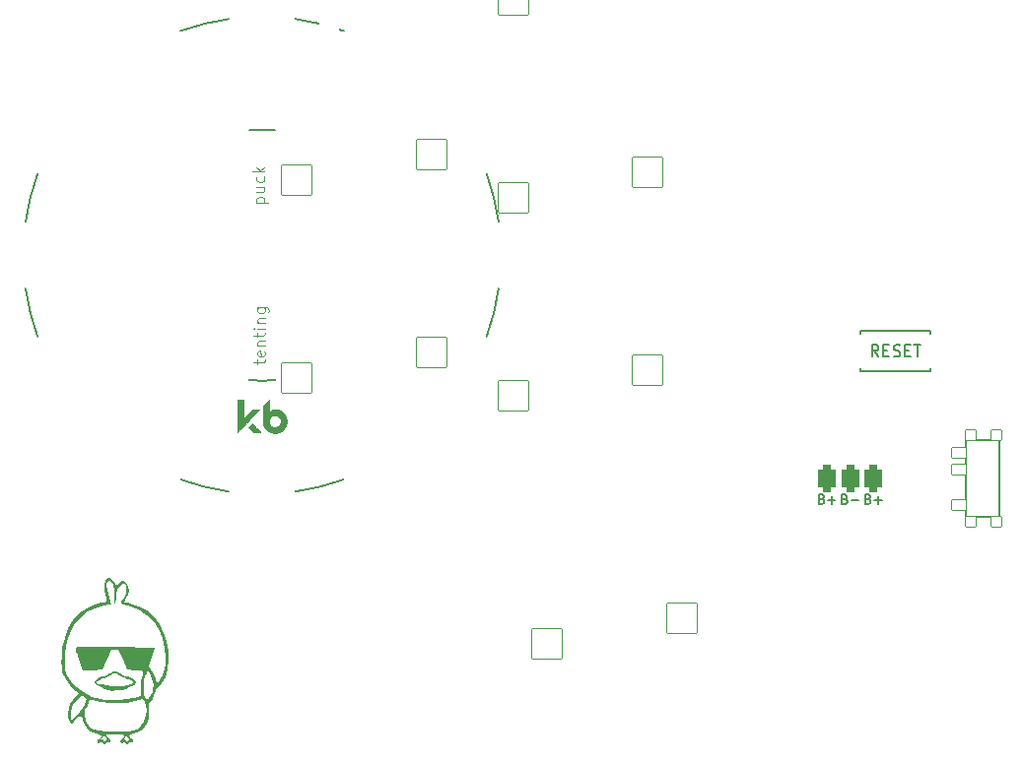
<source format=gto>
%TF.GenerationSoftware,KiCad,Pcbnew,(6.0.4)*%
%TF.CreationDate,2022-05-26T21:53:46+02:00*%
%TF.ProjectId,batta,62617474-612e-46b6-9963-61645f706362,v1.0.0*%
%TF.SameCoordinates,Original*%
%TF.FileFunction,Legend,Top*%
%TF.FilePolarity,Positive*%
%FSLAX46Y46*%
G04 Gerber Fmt 4.6, Leading zero omitted, Abs format (unit mm)*
G04 Created by KiCad (PCBNEW (6.0.4)) date 2022-05-26 21:53:46*
%MOMM*%
%LPD*%
G01*
G04 APERTURE LIST*
G04 Aperture macros list*
%AMRoundRect*
0 Rectangle with rounded corners*
0 $1 Rounding radius*
0 $2 $3 $4 $5 $6 $7 $8 $9 X,Y pos of 4 corners*
0 Add a 4 corners polygon primitive as box body*
4,1,4,$2,$3,$4,$5,$6,$7,$8,$9,$2,$3,0*
0 Add four circle primitives for the rounded corners*
1,1,$1+$1,$2,$3*
1,1,$1+$1,$4,$5*
1,1,$1+$1,$6,$7*
1,1,$1+$1,$8,$9*
0 Add four rect primitives between the rounded corners*
20,1,$1+$1,$2,$3,$4,$5,0*
20,1,$1+$1,$4,$5,$6,$7,0*
20,1,$1+$1,$6,$7,$8,$9,0*
20,1,$1+$1,$8,$9,$2,$3,0*%
%AMFreePoly0*
4,1,14,0.635355,0.435355,0.650000,0.400000,0.650000,0.200000,0.635355,0.164645,0.035355,-0.435355,0.000000,-0.450000,-0.035355,-0.435355,-0.635355,0.164645,-0.650000,0.200000,-0.650000,0.400000,-0.635355,0.435355,-0.600000,0.450000,0.600000,0.450000,0.635355,0.435355,0.635355,0.435355,$1*%
%AMFreePoly1*
4,1,16,0.635355,1.035355,0.650000,1.000000,0.650000,-0.250000,0.635355,-0.285355,0.600000,-0.300000,-0.600000,-0.300000,-0.635355,-0.285355,-0.650000,-0.250000,-0.650000,1.000000,-0.635355,1.035355,-0.600000,1.050000,-0.564645,1.035355,0.000000,0.470710,0.564645,1.035355,0.600000,1.050000,0.635355,1.035355,0.635355,1.035355,$1*%
G04 Aperture macros list end*
%ADD10C,0.150000*%
%ADD11C,0.100000*%
%ADD12C,0.200000*%
%ADD13C,0.010000*%
%ADD14RoundRect,0.375000X-0.375000X-0.750000X0.375000X-0.750000X0.375000X0.750000X-0.375000X0.750000X0*%
%ADD15C,2.000000*%
%ADD16C,0.250000*%
%ADD17RoundRect,0.050000X-0.450000X0.450000X-0.450000X-0.450000X0.450000X-0.450000X0.450000X0.450000X0*%
%ADD18RoundRect,0.050000X-0.625000X0.450000X-0.625000X-0.450000X0.625000X-0.450000X0.625000X0.450000X0*%
%ADD19RoundRect,0.425000X-0.375000X-0.750000X0.375000X-0.750000X0.375000X0.750000X-0.375000X0.750000X0*%
%ADD20C,2.100000*%
%ADD21C,3.100000*%
%ADD22C,1.801800*%
%ADD23C,3.529000*%
%ADD24RoundRect,0.050000X-1.054507X-1.505993X1.505993X-1.054507X1.054507X1.505993X-1.505993X1.054507X0*%
%ADD25C,2.132000*%
%ADD26RoundRect,0.050000X-1.181751X-1.408356X1.408356X-1.181751X1.181751X1.408356X-1.408356X1.181751X0*%
%ADD27RoundRect,0.050000X-1.300000X-1.300000X1.300000X-1.300000X1.300000X1.300000X-1.300000X1.300000X0*%
%ADD28RoundRect,0.050000X-1.592168X-0.919239X0.919239X-1.592168X1.592168X0.919239X-0.919239X1.592168X0*%
%ADD29C,1.100000*%
%ADD30RoundRect,0.050000X-0.974245X-1.559117X1.559117X-0.974245X0.974245X1.559117X-1.559117X0.974245X0*%
%ADD31RoundRect,0.050000X-0.863113X-1.623279X1.623279X-0.863113X0.863113X1.623279X-1.623279X0.863113X0*%
%ADD32C,4.500000*%
%ADD33FreePoly0,90.000000*%
%ADD34FreePoly0,270.000000*%
%ADD35C,1.700000*%
%ADD36FreePoly1,270.000000*%
%ADD37FreePoly1,90.000000*%
G04 APERTURE END LIST*
D10*
%TO.C,PAD1*%
X154215904Y66051142D02*
X154330190Y66013047D01*
X154368285Y65974952D01*
X154406380Y65898761D01*
X154406380Y65784476D01*
X154368285Y65708285D01*
X154330190Y65670190D01*
X154254000Y65632095D01*
X153949238Y65632095D01*
X153949238Y66432095D01*
X154215904Y66432095D01*
X154292095Y66394000D01*
X154330190Y66355904D01*
X154368285Y66279714D01*
X154368285Y66203523D01*
X154330190Y66127333D01*
X154292095Y66089238D01*
X154215904Y66051142D01*
X153949238Y66051142D01*
X154749238Y65936857D02*
X155358761Y65936857D01*
X152215904Y66051142D02*
X152330190Y66013047D01*
X152368285Y65974952D01*
X152406380Y65898761D01*
X152406380Y65784476D01*
X152368285Y65708285D01*
X152330190Y65670190D01*
X152254000Y65632095D01*
X151949238Y65632095D01*
X151949238Y66432095D01*
X152215904Y66432095D01*
X152292095Y66394000D01*
X152330190Y66355904D01*
X152368285Y66279714D01*
X152368285Y66203523D01*
X152330190Y66127333D01*
X152292095Y66089238D01*
X152215904Y66051142D01*
X151949238Y66051142D01*
X152749238Y65936857D02*
X153358761Y65936857D01*
X153054000Y65632095D02*
X153054000Y66241619D01*
X156215904Y66051142D02*
X156330190Y66013047D01*
X156368285Y65974952D01*
X156406380Y65898761D01*
X156406380Y65784476D01*
X156368285Y65708285D01*
X156330190Y65670190D01*
X156254000Y65632095D01*
X155949238Y65632095D01*
X155949238Y66432095D01*
X156215904Y66432095D01*
X156292095Y66394000D01*
X156330190Y66355904D01*
X156368285Y66279714D01*
X156368285Y66203523D01*
X156330190Y66127333D01*
X156292095Y66089238D01*
X156215904Y66051142D01*
X155949238Y66051142D01*
X156749238Y65936857D02*
X157358761Y65936857D01*
X157054000Y65632095D02*
X157054000Y66241619D01*
%TO.C,B1*%
X157095619Y78287619D02*
X156762285Y78763809D01*
X156524190Y78287619D02*
X156524190Y79287619D01*
X156905142Y79287619D01*
X157000380Y79240000D01*
X157048000Y79192380D01*
X157095619Y79097142D01*
X157095619Y78954285D01*
X157048000Y78859047D01*
X157000380Y78811428D01*
X156905142Y78763809D01*
X156524190Y78763809D01*
X157524190Y78811428D02*
X157857523Y78811428D01*
X158000380Y78287619D02*
X157524190Y78287619D01*
X157524190Y79287619D01*
X158000380Y79287619D01*
X158381333Y78335238D02*
X158524190Y78287619D01*
X158762285Y78287619D01*
X158857523Y78335238D01*
X158905142Y78382857D01*
X158952761Y78478095D01*
X158952761Y78573333D01*
X158905142Y78668571D01*
X158857523Y78716190D01*
X158762285Y78763809D01*
X158571809Y78811428D01*
X158476571Y78859047D01*
X158428952Y78906666D01*
X158381333Y79001904D01*
X158381333Y79097142D01*
X158428952Y79192380D01*
X158476571Y79240000D01*
X158571809Y79287619D01*
X158809904Y79287619D01*
X158952761Y79240000D01*
X159381333Y78811428D02*
X159714666Y78811428D01*
X159857523Y78287619D02*
X159381333Y78287619D01*
X159381333Y79287619D01*
X159857523Y79287619D01*
X160143238Y79287619D02*
X160714666Y79287619D01*
X160428952Y78287619D02*
X160428952Y79287619D01*
D11*
%TO.C,REF\u002A\u002A*%
X103671714Y91527500D02*
X104671714Y91527500D01*
X103719333Y91527500D02*
X103671714Y91622738D01*
X103671714Y91813214D01*
X103719333Y91908452D01*
X103766952Y91956071D01*
X103862190Y92003690D01*
X104147904Y92003690D01*
X104243142Y91956071D01*
X104290761Y91908452D01*
X104338380Y91813214D01*
X104338380Y91622738D01*
X104290761Y91527500D01*
X103671714Y92860833D02*
X104338380Y92860833D01*
X103671714Y92432261D02*
X104195523Y92432261D01*
X104290761Y92479880D01*
X104338380Y92575119D01*
X104338380Y92717976D01*
X104290761Y92813214D01*
X104243142Y92860833D01*
X104290761Y93765595D02*
X104338380Y93670357D01*
X104338380Y93479880D01*
X104290761Y93384642D01*
X104243142Y93337023D01*
X104147904Y93289404D01*
X103862190Y93289404D01*
X103766952Y93337023D01*
X103719333Y93384642D01*
X103671714Y93479880D01*
X103671714Y93670357D01*
X103719333Y93765595D01*
X104338380Y94194166D02*
X103338380Y94194166D01*
X103957428Y94289404D02*
X104338380Y94575119D01*
X103671714Y94575119D02*
X104052666Y94194166D01*
X103735214Y77637000D02*
X103735214Y78017952D01*
X103401880Y77779857D02*
X104259023Y77779857D01*
X104354261Y77827476D01*
X104401880Y77922714D01*
X104401880Y78017952D01*
X104354261Y78732238D02*
X104401880Y78637000D01*
X104401880Y78446523D01*
X104354261Y78351285D01*
X104259023Y78303666D01*
X103878071Y78303666D01*
X103782833Y78351285D01*
X103735214Y78446523D01*
X103735214Y78637000D01*
X103782833Y78732238D01*
X103878071Y78779857D01*
X103973309Y78779857D01*
X104068547Y78303666D01*
X103735214Y79208428D02*
X104401880Y79208428D01*
X103830452Y79208428D02*
X103782833Y79256047D01*
X103735214Y79351285D01*
X103735214Y79494142D01*
X103782833Y79589380D01*
X103878071Y79637000D01*
X104401880Y79637000D01*
X103735214Y79970333D02*
X103735214Y80351285D01*
X103401880Y80113190D02*
X104259023Y80113190D01*
X104354261Y80160809D01*
X104401880Y80256047D01*
X104401880Y80351285D01*
X104401880Y80684619D02*
X103735214Y80684619D01*
X103401880Y80684619D02*
X103449500Y80637000D01*
X103497119Y80684619D01*
X103449500Y80732238D01*
X103401880Y80684619D01*
X103497119Y80684619D01*
X103735214Y81160809D02*
X104401880Y81160809D01*
X103830452Y81160809D02*
X103782833Y81208428D01*
X103735214Y81303666D01*
X103735214Y81446523D01*
X103782833Y81541761D01*
X103878071Y81589380D01*
X104401880Y81589380D01*
X103735214Y82494142D02*
X104544738Y82494142D01*
X104639976Y82446523D01*
X104687595Y82398904D01*
X104735214Y82303666D01*
X104735214Y82160809D01*
X104687595Y82065571D01*
X104354261Y82494142D02*
X104401880Y82398904D01*
X104401880Y82208428D01*
X104354261Y82113190D01*
X104306642Y82065571D01*
X104211404Y82017952D01*
X103925690Y82017952D01*
X103830452Y82065571D01*
X103782833Y82113190D01*
X103735214Y82208428D01*
X103735214Y82398904D01*
X103782833Y82494142D01*
D10*
%TO.C,*%
%TO.C,T1*%
X167466000Y71082000D02*
X164616000Y71082000D01*
X167466000Y65832000D02*
X167466000Y69732000D01*
X164616000Y71082000D02*
X164616000Y64482000D01*
X167466000Y67782000D02*
X167466000Y64482000D01*
X164616000Y64482000D02*
X167466000Y64482000D01*
X167466000Y67782000D02*
X167466000Y71082000D01*
%TO.C,B1*%
X155548000Y80490000D02*
X161548000Y80490000D01*
X155548000Y76990000D02*
X161548000Y76990000D01*
X161548000Y80490000D02*
X161548000Y80240000D01*
X155548000Y76990000D02*
X155548000Y77240000D01*
X161548000Y76990000D02*
X161548000Y77240000D01*
X155548000Y80490000D02*
X155548000Y80240000D01*
%TO.C,G\u002A\u002A\u002A*%
G36*
X90504223Y49751706D02*
G01*
X90360500Y49821081D01*
X90027303Y49996498D01*
X89831844Y50134183D01*
X89751661Y50251266D01*
X89750891Y50257106D01*
X89927130Y50257106D01*
X89943555Y50236223D01*
X90123983Y50141363D01*
X90434248Y50063456D01*
X90835487Y50004850D01*
X91288834Y49967895D01*
X91755425Y49954937D01*
X92196396Y49968327D01*
X92572882Y50010411D01*
X92794667Y50063946D01*
X93022017Y50173540D01*
X93080717Y50288759D01*
X92971306Y50408302D01*
X92694325Y50530865D01*
X92586323Y50565696D01*
X92284810Y50675590D01*
X92027835Y50800634D01*
X91903533Y50886671D01*
X91641922Y51033650D01*
X91356867Y51016450D01*
X91129858Y50888931D01*
X90927029Y50770367D01*
X90639997Y50649272D01*
X90464646Y50591486D01*
X90134632Y50474542D01*
X89952352Y50360963D01*
X89927130Y50257106D01*
X89750891Y50257106D01*
X89746667Y50289127D01*
X89825767Y50476210D01*
X90040908Y50637187D01*
X90358845Y50750092D01*
X90478545Y50772737D01*
X90774681Y50861058D01*
X91055273Y51009006D01*
X91074517Y51022867D01*
X91372795Y51187960D01*
X91640192Y51197658D01*
X91914181Y51051487D01*
X91963440Y51011667D01*
X92175405Y50871562D01*
X92371921Y50800318D01*
X92398996Y50798141D01*
X92586597Y50762614D01*
X92842747Y50675334D01*
X92948908Y50630227D01*
X93179319Y50507134D01*
X93279479Y50393243D01*
X93287575Y50280900D01*
X93211718Y50103879D01*
X93133333Y50032217D01*
X92732004Y49831729D01*
X92425942Y49699662D01*
X92163688Y49619910D01*
X91893781Y49576367D01*
X91609333Y49555225D01*
X91273253Y49544050D01*
X91023142Y49563258D01*
X90789849Y49627570D01*
X90730230Y49653481D01*
X91294044Y49653481D01*
X91400418Y49640197D01*
X91524667Y49637727D01*
X91707788Y49644332D01*
X91758057Y49661218D01*
X91715167Y49674419D01*
X91468449Y49688426D01*
X91334167Y49674419D01*
X91294044Y49653481D01*
X90730230Y49653481D01*
X90578151Y49719576D01*
X90884055Y49719576D01*
X90967278Y49706018D01*
X91077092Y49721584D01*
X91078403Y49750486D01*
X90965086Y49770698D01*
X90916125Y49757170D01*
X90884055Y49719576D01*
X90578151Y49719576D01*
X90504223Y49751706D01*
G37*
G36*
X92117333Y45443312D02*
G01*
X92263540Y45592668D01*
X92286937Y45696462D01*
X92176013Y45761712D01*
X91919257Y45795436D01*
X91524667Y45804667D01*
X91189108Y45797310D01*
X90928943Y45777605D01*
X90781942Y45749097D01*
X90762667Y45733122D01*
X90819279Y45628613D01*
X90932000Y45508333D01*
X91067387Y45341165D01*
X91097233Y45206006D01*
X91020939Y45142079D01*
X90937468Y45150436D01*
X90780860Y45135602D01*
X90728458Y45075644D01*
X90626956Y44966823D01*
X90506213Y45001950D01*
X90455213Y45083450D01*
X90375086Y45163962D01*
X90251769Y45125783D01*
X90082939Y45052079D01*
X90012899Y45088285D01*
X90000667Y45211283D01*
X90041973Y45320075D01*
X90203036Y45320075D01*
X90297585Y45325425D01*
X90369279Y45371053D01*
X90469419Y45414172D01*
X90537204Y45313841D01*
X90549633Y45277285D01*
X90600603Y45154979D01*
X90637643Y45187625D01*
X90649945Y45228474D01*
X90744511Y45332391D01*
X90831471Y45326426D01*
X90903225Y45319653D01*
X90841630Y45394588D01*
X90794030Y45436952D01*
X90642885Y45597619D01*
X90567881Y45720000D01*
X90529843Y45792713D01*
X90515351Y45701812D01*
X90441743Y45550734D01*
X90332082Y45462119D01*
X90214426Y45373346D01*
X90203036Y45320075D01*
X90041973Y45320075D01*
X90067258Y45386672D01*
X90170000Y45485649D01*
X90314231Y45611711D01*
X90302263Y45718440D01*
X90129377Y45812245D01*
X89879139Y45880708D01*
X89425786Y46064981D01*
X89053769Y46382822D01*
X88790341Y46807333D01*
X88712954Y47031686D01*
X88611684Y47410324D01*
X88396009Y47273234D01*
X88181927Y47106204D01*
X87990153Y46914905D01*
X87799972Y46693667D01*
X87620558Y46905333D01*
X87489987Y47180241D01*
X87468718Y47442068D01*
X87715449Y47442068D01*
X87723017Y47216558D01*
X87760010Y47087971D01*
X87784186Y47074667D01*
X87876619Y47129176D01*
X88050418Y47271693D01*
X88223380Y47430221D01*
X88913529Y47430221D01*
X88995471Y47050475D01*
X89096746Y46813915D01*
X89274306Y46542178D01*
X89498130Y46333383D01*
X89789181Y46181432D01*
X90168419Y46080229D01*
X90656806Y46023676D01*
X91275303Y46005675D01*
X91846465Y46014059D01*
X92329045Y46030884D01*
X92680605Y46054516D01*
X92939454Y46090693D01*
X93143903Y46145150D01*
X93332260Y46223624D01*
X93370465Y46242256D01*
X93744166Y46517674D01*
X94016741Y46906486D01*
X94176145Y47378080D01*
X94210334Y47901843D01*
X94160774Y48251036D01*
X94075753Y48558916D01*
X93967551Y48736468D01*
X93801290Y48800246D01*
X93542091Y48766803D01*
X93250429Y48683080D01*
X92573775Y48528041D01*
X91817327Y48450520D01*
X91053416Y48453659D01*
X90354372Y48540603D01*
X90289216Y48554382D01*
X89955320Y48633483D01*
X89673665Y48709770D01*
X89495404Y48769158D01*
X89475053Y48778602D01*
X89373070Y48800658D01*
X89301327Y48712155D01*
X89243952Y48533628D01*
X89153901Y48276554D01*
X89046361Y48066821D01*
X89031424Y48045717D01*
X88924564Y47779890D01*
X88913529Y47430221D01*
X88223380Y47430221D01*
X88255671Y47459817D01*
X88486397Y47719169D01*
X88711054Y48035634D01*
X88901510Y48361811D01*
X89029632Y48650301D01*
X89068506Y48829326D01*
X89000946Y48935990D01*
X88835955Y49053534D01*
X88823387Y49060169D01*
X88675026Y49127257D01*
X88565215Y49124283D01*
X88442265Y49031678D01*
X88274978Y48852562D01*
X88069103Y48591777D01*
X87896154Y48317075D01*
X87843591Y48209213D01*
X87778306Y47987490D01*
X87734736Y47715410D01*
X87715449Y47442068D01*
X87468718Y47442068D01*
X87460447Y47543879D01*
X87522615Y47956541D01*
X87667167Y48378525D01*
X87884781Y48770123D01*
X88125115Y49054092D01*
X88381739Y49297850D01*
X87923244Y49716888D01*
X87446688Y50261863D01*
X87187541Y50699309D01*
X87067386Y50952507D01*
X86988325Y51160285D01*
X86941997Y51369785D01*
X86920039Y51628150D01*
X86914086Y51982525D01*
X86914616Y52237846D01*
X86917740Y52281667D01*
X87173941Y52281667D01*
X87177645Y51868489D01*
X87199067Y51568424D01*
X87247929Y51325438D01*
X87333950Y51083499D01*
X87413089Y50903122D01*
X87756549Y50342255D01*
X88241273Y49832535D01*
X88842364Y49392478D01*
X89534928Y49040600D01*
X90224057Y48812532D01*
X90703031Y48735128D01*
X91283559Y48707253D01*
X91906033Y48726463D01*
X92510848Y48790313D01*
X93038397Y48896360D01*
X93163484Y48933069D01*
X93743968Y49119020D01*
X93690540Y49557344D01*
X93699710Y50020552D01*
X93946126Y50020552D01*
X93947955Y49618011D01*
X93995413Y49257259D01*
X94088020Y48997211D01*
X94095379Y48985520D01*
X94248388Y48752000D01*
X94446529Y48938144D01*
X94586375Y49134049D01*
X94707202Y49410235D01*
X94742109Y49530457D01*
X94796966Y50086417D01*
X94704506Y50629602D01*
X94527926Y51023603D01*
X94404492Y51214714D01*
X94333452Y51273984D01*
X94286892Y51218654D01*
X94273091Y51181000D01*
X94199688Y50990303D01*
X94095487Y50746852D01*
X94081277Y50715333D01*
X93990407Y50405965D01*
X93946126Y50020552D01*
X93699710Y50020552D01*
X93702341Y50153477D01*
X93770827Y50461333D01*
X93882641Y50842247D01*
X93942490Y51087705D01*
X93932205Y51228177D01*
X93833619Y51294134D01*
X93628565Y51316045D01*
X93298875Y51324380D01*
X93255431Y51325736D01*
X92512433Y51350333D01*
X92165607Y52197000D01*
X91818780Y53043667D01*
X91158236Y53043667D01*
X90464488Y51350333D01*
X89612432Y51326369D01*
X88760375Y51302404D01*
X88405734Y52242808D01*
X88271724Y52617411D01*
X88170804Y52937387D01*
X88112950Y53168229D01*
X88107517Y53274508D01*
X88185857Y53298938D01*
X88391214Y53316614D01*
X88730688Y53327606D01*
X89211380Y53331980D01*
X89840392Y53329805D01*
X90624823Y53321149D01*
X91512865Y53307118D01*
X92248855Y53293386D01*
X92930622Y53279060D01*
X93539898Y53264643D01*
X94058411Y53250639D01*
X94467891Y53237554D01*
X94750069Y53225891D01*
X94886673Y53216156D01*
X94896531Y53213691D01*
X94884877Y53124433D01*
X94825520Y52911971D01*
X94729063Y52612082D01*
X94652253Y52389373D01*
X94373234Y51599797D01*
X94597976Y51375054D01*
X94759757Y51145386D01*
X94907376Y50817483D01*
X94965421Y50637039D01*
X95108123Y50123765D01*
X95320642Y50436515D01*
X95583258Y50893902D01*
X95747744Y51369611D01*
X95828402Y51916053D01*
X95842667Y52349453D01*
X95773481Y53257713D01*
X95572080Y54094405D01*
X95247700Y54846916D01*
X94809577Y55502637D01*
X94266947Y56048956D01*
X93629044Y56473262D01*
X92905106Y56762944D01*
X92548963Y56846916D01*
X92219663Y56923552D01*
X92048366Y57017781D01*
X92024088Y57157979D01*
X92135843Y57372524D01*
X92272666Y57560621D01*
X92450317Y57882479D01*
X92498333Y58218676D01*
X92464344Y58540138D01*
X92360472Y58709447D01*
X92183857Y58729953D01*
X92090704Y58696561D01*
X91876808Y58513086D01*
X91711105Y58198090D01*
X91608038Y57785990D01*
X91581499Y57483209D01*
X91562614Y57167336D01*
X91533268Y57009934D01*
X91499910Y57000986D01*
X91468985Y57130475D01*
X91446940Y57388386D01*
X91440000Y57703053D01*
X91414276Y58242946D01*
X91339024Y58646886D01*
X91217124Y58905839D01*
X91051455Y59010770D01*
X91022600Y59012667D01*
X90860751Y58938007D01*
X90799173Y58807926D01*
X90788571Y58589494D01*
X90824211Y58267712D01*
X90895828Y57898858D01*
X90993154Y57539207D01*
X91069243Y57327500D01*
X91140787Y57134187D01*
X91166370Y57022716D01*
X91164033Y57015145D01*
X91075540Y56987479D01*
X90863904Y56936566D01*
X90571978Y56872616D01*
X90521297Y56861985D01*
X89715140Y56623495D01*
X89027288Y56266115D01*
X88450076Y55784119D01*
X87975839Y55171778D01*
X87770649Y54806437D01*
X87464894Y54106223D01*
X87275449Y53426649D01*
X87186153Y52699333D01*
X87173941Y52281667D01*
X86917740Y52281667D01*
X86983922Y53209961D01*
X87178196Y54100466D01*
X87490270Y54898953D01*
X87912975Y55595014D01*
X88439144Y56178241D01*
X89061609Y56638224D01*
X89773202Y56964555D01*
X90260250Y57096064D01*
X90530817Y57156755D01*
X90727451Y57211120D01*
X90796921Y57240699D01*
X90801004Y57339930D01*
X90765411Y57550014D01*
X90718220Y57746604D01*
X90614204Y58264949D01*
X90598479Y58691329D01*
X90670325Y59005694D01*
X90768452Y59144903D01*
X90908685Y59248022D01*
X91036056Y59243239D01*
X91170619Y59176116D01*
X91377983Y59002620D01*
X91509363Y58816498D01*
X91621059Y58584147D01*
X91875692Y58798407D01*
X92085802Y58957237D01*
X92235236Y58996560D01*
X92382679Y58916981D01*
X92502182Y58804849D01*
X92672331Y58522480D01*
X92715710Y58171560D01*
X92632591Y57795491D01*
X92494148Y57532889D01*
X92370821Y57340230D01*
X92306172Y57217299D01*
X92303648Y57196777D01*
X92393295Y57170687D01*
X92599521Y57121611D01*
X92813348Y57074187D01*
X93566709Y56828122D01*
X94241335Y56436989D01*
X94828482Y55909912D01*
X95319406Y55256015D01*
X95705363Y54484422D01*
X95921484Y53830998D01*
X96097146Y52950057D01*
X96139690Y52131605D01*
X96051088Y51387274D01*
X95833313Y50728695D01*
X95488338Y50167498D01*
X95257553Y49916326D01*
X95093497Y49725426D01*
X95002508Y49551718D01*
X94996000Y49510787D01*
X94953990Y49316190D01*
X94849902Y49072370D01*
X94716652Y48841409D01*
X94587155Y48685392D01*
X94543814Y48657889D01*
X94482865Y48592581D01*
X94446736Y48435229D01*
X94431430Y48157704D01*
X94431097Y47864280D01*
X94426592Y47456258D01*
X94396655Y47159840D01*
X94332186Y46918086D01*
X94248911Y46724285D01*
X93959216Y46311861D01*
X93558745Y46011629D01*
X93082172Y45849377D01*
X93069833Y45847352D01*
X92813301Y45776951D01*
X92718833Y45676732D01*
X92788994Y45551564D01*
X92879333Y45485649D01*
X93014724Y45349982D01*
X93039274Y45215190D01*
X92950510Y45133637D01*
X92896267Y45127333D01*
X92704714Y45071084D01*
X92636567Y45021500D01*
X92532129Y44966615D01*
X92426948Y45054460D01*
X92416095Y45068900D01*
X92305008Y45161809D01*
X92247464Y45132400D01*
X92130607Y45049312D01*
X92003808Y45067763D01*
X91948000Y45170496D01*
X91984031Y45259995D01*
X92154701Y45259995D01*
X92169106Y45250200D01*
X92231360Y45295229D01*
X92361020Y45368307D01*
X92447769Y45306915D01*
X92482456Y45250334D01*
X92557322Y45140838D01*
X92594607Y45177281D01*
X92606566Y45228474D01*
X92692620Y45333538D01*
X92778804Y45329547D01*
X92837675Y45331615D01*
X92750500Y45414616D01*
X92731167Y45429234D01*
X92587424Y45580603D01*
X92533982Y45709160D01*
X92519929Y45797530D01*
X92481135Y45720718D01*
X92480873Y45720000D01*
X92394538Y45567764D01*
X92254723Y45383896D01*
X92154701Y45259995D01*
X91984031Y45259995D01*
X92007751Y45318914D01*
X92117333Y45443312D01*
G37*
D12*
%TO.C,REF\u002A\u002A*%
X103011615Y76259136D02*
G75*
G03*
X104140000Y76200000I1128379J10735785D01*
G01*
X84853866Y94003048D02*
G75*
G03*
X83820000Y89852500I19286117J-7008044D01*
G01*
X104140000Y97790000D02*
G75*
G03*
X103011615Y97730864I-6J-10794921D01*
G01*
X123426135Y79986954D02*
G75*
G03*
X124460000Y84137500I-19286185J7008058D01*
G01*
X83820000Y84137500D02*
G75*
G03*
X84853866Y79986953I20319953J2857490D01*
G01*
X106997500Y66675000D02*
G75*
G03*
X111148047Y67708866I-2857500J20320000D01*
G01*
X111148047Y106281134D02*
G75*
G03*
X106997500Y107315000I-7008047J-19286134D01*
G01*
X101282500Y107315000D02*
G75*
G03*
X97131952Y106281134I2857496J-20319983D01*
G01*
X104140000Y76199999D02*
G75*
G03*
X105268385Y76259136I0J10794901D01*
G01*
X124460000Y89852500D02*
G75*
G03*
X123426135Y94003045I-20320019J-2857506D01*
G01*
X105268385Y97730863D02*
G75*
G03*
X104140000Y97790000I-1128385J-10735763D01*
G01*
X97131954Y67708865D02*
G75*
G03*
X101282500Y66675000I7008046J19286135D01*
G01*
G36*
X104213889Y72810411D02*
G01*
X104212486Y72917040D01*
X104211442Y73039696D01*
X104210778Y73176968D01*
X104210517Y73327442D01*
X104210514Y73339178D01*
X104210427Y74030892D01*
X104718131Y74540918D01*
X104718279Y74047350D01*
X104718471Y73943110D01*
X104718960Y73846365D01*
X104719710Y73759479D01*
X104720686Y73684817D01*
X104721855Y73624742D01*
X104723182Y73581619D01*
X104724631Y73557812D01*
X104725539Y73553782D01*
X104737970Y73560096D01*
X104762816Y73576439D01*
X104786950Y73593641D01*
X104901647Y73664363D01*
X105023863Y73713467D01*
X105154246Y73741143D01*
X105293447Y73747581D01*
X105311259Y73746913D01*
X105400894Y73740361D01*
X105477377Y73728424D01*
X105549029Y73708932D01*
X105624167Y73679715D01*
X105694018Y73647076D01*
X105821951Y73571783D01*
X105934871Y73479803D01*
X106031765Y73372814D01*
X106111623Y73252489D01*
X106173433Y73120504D01*
X106216185Y72978535D01*
X106238866Y72828256D01*
X106242427Y72738586D01*
X106232136Y72586108D01*
X106200780Y72441544D01*
X106147635Y72302308D01*
X106090380Y72195389D01*
X106004668Y72075096D01*
X105903055Y71970247D01*
X105787722Y71881925D01*
X105660847Y71811211D01*
X105524611Y71759188D01*
X105381192Y71726935D01*
X105232771Y71715536D01*
X105132525Y71720019D01*
X104987917Y71744900D01*
X104847349Y71791175D01*
X104714176Y71857154D01*
X104591756Y71941151D01*
X104483444Y72041477D01*
X104475050Y72050643D01*
X104393919Y72154763D01*
X104324227Y72272945D01*
X104269061Y72398808D01*
X104231508Y72525968D01*
X104222639Y72572418D01*
X104220026Y72600813D01*
X104217681Y72650885D01*
X104216212Y72701219D01*
X104712550Y72701219D01*
X104723122Y72603670D01*
X104753554Y72509651D01*
X104782208Y72455506D01*
X104849142Y72367223D01*
X104928623Y72296346D01*
X105018055Y72243853D01*
X105114841Y72210721D01*
X105216382Y72197927D01*
X105320083Y72206448D01*
X105392910Y72225736D01*
X105435907Y72241822D01*
X105476812Y72259182D01*
X105492979Y72266958D01*
X105538265Y72297962D01*
X105587588Y72344156D01*
X105635645Y72399612D01*
X105677130Y72458406D01*
X105698618Y72496733D01*
X105718799Y72540979D01*
X105731444Y72579587D01*
X105738801Y72621879D01*
X105743119Y72677182D01*
X105743401Y72682472D01*
X105740033Y72789717D01*
X105717177Y72887609D01*
X105673525Y72981032D01*
X105655755Y73009561D01*
X105591213Y73087465D01*
X105512396Y73149635D01*
X105422760Y73195131D01*
X105325761Y73223009D01*
X105224857Y73232329D01*
X105123505Y73222147D01*
X105025159Y73191522D01*
X105011156Y73185236D01*
X104923204Y73132287D01*
X104849214Y73064073D01*
X104790171Y72983727D01*
X104747058Y72894380D01*
X104720856Y72799167D01*
X104712550Y72701219D01*
X104216212Y72701219D01*
X104215628Y72721222D01*
X104213889Y72810411D01*
G37*
D13*
X104213889Y72810411D02*
X104212486Y72917040D01*
X104211442Y73039696D01*
X104210778Y73176968D01*
X104210517Y73327442D01*
X104210514Y73339178D01*
X104210427Y74030892D01*
X104718131Y74540918D01*
X104718279Y74047350D01*
X104718471Y73943110D01*
X104718960Y73846365D01*
X104719710Y73759479D01*
X104720686Y73684817D01*
X104721855Y73624742D01*
X104723182Y73581619D01*
X104724631Y73557812D01*
X104725539Y73553782D01*
X104737970Y73560096D01*
X104762816Y73576439D01*
X104786950Y73593641D01*
X104901647Y73664363D01*
X105023863Y73713467D01*
X105154246Y73741143D01*
X105293447Y73747581D01*
X105311259Y73746913D01*
X105400894Y73740361D01*
X105477377Y73728424D01*
X105549029Y73708932D01*
X105624167Y73679715D01*
X105694018Y73647076D01*
X105821951Y73571783D01*
X105934871Y73479803D01*
X106031765Y73372814D01*
X106111623Y73252489D01*
X106173433Y73120504D01*
X106216185Y72978535D01*
X106238866Y72828256D01*
X106242427Y72738586D01*
X106232136Y72586108D01*
X106200780Y72441544D01*
X106147635Y72302308D01*
X106090380Y72195389D01*
X106004668Y72075096D01*
X105903055Y71970247D01*
X105787722Y71881925D01*
X105660847Y71811211D01*
X105524611Y71759188D01*
X105381192Y71726935D01*
X105232771Y71715536D01*
X105132525Y71720019D01*
X104987917Y71744900D01*
X104847349Y71791175D01*
X104714176Y71857154D01*
X104591756Y71941151D01*
X104483444Y72041477D01*
X104475050Y72050643D01*
X104393919Y72154763D01*
X104324227Y72272945D01*
X104269061Y72398808D01*
X104231508Y72525968D01*
X104222639Y72572418D01*
X104220026Y72600813D01*
X104217681Y72650885D01*
X104216212Y72701219D01*
X104712550Y72701219D01*
X104723122Y72603670D01*
X104753554Y72509651D01*
X104782208Y72455506D01*
X104849142Y72367223D01*
X104928623Y72296346D01*
X105018055Y72243853D01*
X105114841Y72210721D01*
X105216382Y72197927D01*
X105320083Y72206448D01*
X105392910Y72225736D01*
X105435907Y72241822D01*
X105476812Y72259182D01*
X105492979Y72266958D01*
X105538265Y72297962D01*
X105587588Y72344156D01*
X105635645Y72399612D01*
X105677130Y72458406D01*
X105698618Y72496733D01*
X105718799Y72540979D01*
X105731444Y72579587D01*
X105738801Y72621879D01*
X105743119Y72677182D01*
X105743401Y72682472D01*
X105740033Y72789717D01*
X105717177Y72887609D01*
X105673525Y72981032D01*
X105655755Y73009561D01*
X105591213Y73087465D01*
X105512396Y73149635D01*
X105422760Y73195131D01*
X105325761Y73223009D01*
X105224857Y73232329D01*
X105123505Y73222147D01*
X105025159Y73191522D01*
X105011156Y73185236D01*
X104923204Y73132287D01*
X104849214Y73064073D01*
X104790171Y72983727D01*
X104747058Y72894380D01*
X104720856Y72799167D01*
X104712550Y72701219D01*
X104216212Y72701219D01*
X104215628Y72721222D01*
X104213889Y72810411D01*
G36*
X103320025Y72506602D02*
G01*
X103342728Y72483739D01*
X103377207Y72448208D01*
X103421476Y72402116D01*
X103473543Y72347570D01*
X103531422Y72286676D01*
X103593121Y72221541D01*
X103656654Y72154271D01*
X103720029Y72086973D01*
X103781259Y72021754D01*
X103838355Y71960719D01*
X103889327Y71905976D01*
X103932187Y71859631D01*
X103964945Y71823791D01*
X103985613Y71800562D01*
X103987906Y71797871D01*
X104016207Y71764236D01*
X103396193Y71764236D01*
X103222843Y71940305D01*
X103169101Y71995048D01*
X103118818Y72046561D01*
X103075002Y72091741D01*
X103040656Y72127487D01*
X103018788Y72150696D01*
X103015611Y72154188D01*
X102981729Y72192003D01*
X103142764Y72353347D01*
X103192477Y72402802D01*
X103236701Y72446127D01*
X103272848Y72480840D01*
X103298330Y72504460D01*
X103310559Y72514508D01*
X103311090Y72514691D01*
X103320025Y72506602D01*
G37*
X103320025Y72506602D02*
X103342728Y72483739D01*
X103377207Y72448208D01*
X103421476Y72402116D01*
X103473543Y72347570D01*
X103531422Y72286676D01*
X103593121Y72221541D01*
X103656654Y72154271D01*
X103720029Y72086973D01*
X103781259Y72021754D01*
X103838355Y71960719D01*
X103889327Y71905976D01*
X103932187Y71859631D01*
X103964945Y71823791D01*
X103985613Y71800562D01*
X103987906Y71797871D01*
X104016207Y71764236D01*
X103396193Y71764236D01*
X103222843Y71940305D01*
X103169101Y71995048D01*
X103118818Y72046561D01*
X103075002Y72091741D01*
X103040656Y72127487D01*
X103018788Y72150696D01*
X103015611Y72154188D01*
X102981729Y72192003D01*
X103142764Y72353347D01*
X103192477Y72402802D01*
X103236701Y72446127D01*
X103272848Y72480840D01*
X103298330Y72504460D01*
X103310559Y72514508D01*
X103311090Y72514691D01*
X103320025Y72506602D01*
G36*
X102513245Y72913133D02*
G01*
X103316191Y73715833D01*
X103604559Y73712739D01*
X103892927Y73709646D01*
X103045703Y72849509D01*
X102927778Y72729786D01*
X102812979Y72613237D01*
X102702525Y72501097D01*
X102597633Y72394604D01*
X102499521Y72294993D01*
X102409406Y72203500D01*
X102328507Y72121363D01*
X102258040Y72049818D01*
X102199224Y71990100D01*
X102153277Y71943446D01*
X102121416Y71911093D01*
X102107635Y71897097D01*
X102016791Y71804821D01*
X102016791Y74546691D01*
X102513245Y74546691D01*
X102513245Y72913133D01*
G37*
X102513245Y72913133D02*
X103316191Y73715833D01*
X103604559Y73712739D01*
X103892927Y73709646D01*
X103045703Y72849509D01*
X102927778Y72729786D01*
X102812979Y72613237D01*
X102702525Y72501097D01*
X102597633Y72394604D01*
X102499521Y72294993D01*
X102409406Y72203500D01*
X102328507Y72121363D01*
X102258040Y72049818D01*
X102199224Y71990100D01*
X102153277Y71943446D01*
X102121416Y71911093D01*
X102107635Y71897097D01*
X102016791Y71804821D01*
X102016791Y74546691D01*
X102513245Y74546691D01*
X102513245Y72913133D01*
%TD*%
D14*
%TO.C,PAD1*%
X152654000Y67794000D03*
X156654000Y67794000D03*
X154654000Y67794000D03*
%TD*%
D15*
%TO.C,B1*%
X161798000Y78740000D03*
X155298000Y78740000D03*
%TD*%
%LPC*%
D16*
%TO.C,*%
X156335000Y103886000D02*
G75*
G03*
X156335000Y103886000I-125000J0D01*
G01*
X154811000Y91186000D02*
G75*
G03*
X154811000Y91186000I-125000J0D01*
G01*
X154811000Y93726000D02*
G75*
G03*
X154811000Y93726000I-125000J0D01*
G01*
X156335000Y111506000D02*
G75*
G03*
X156335000Y111506000I-125000J0D01*
G01*
X156335000Y93726000D02*
G75*
G03*
X156335000Y93726000I-125000J0D01*
G01*
X154811000Y98806000D02*
G75*
G03*
X154811000Y98806000I-125000J0D01*
G01*
X154811000Y101346000D02*
G75*
G03*
X154811000Y101346000I-125000J0D01*
G01*
X156335000Y101346000D02*
G75*
G03*
X156335000Y101346000I-125000J0D01*
G01*
X154811000Y106426000D02*
G75*
G03*
X154811000Y106426000I-125000J0D01*
G01*
X156335000Y91186000D02*
G75*
G03*
X156335000Y91186000I-125000J0D01*
G01*
X154811000Y114046000D02*
G75*
G03*
X154811000Y114046000I-125000J0D01*
G01*
X156335000Y106426000D02*
G75*
G03*
X156335000Y106426000I-125000J0D01*
G01*
X154811000Y116586000D02*
G75*
G03*
X154811000Y116586000I-125000J0D01*
G01*
X154811000Y108966000D02*
G75*
G03*
X154811000Y108966000I-125000J0D01*
G01*
X156335000Y98806000D02*
G75*
G03*
X156335000Y98806000I-125000J0D01*
G01*
X154811000Y103886000D02*
G75*
G03*
X154811000Y103886000I-125000J0D01*
G01*
X156335000Y114046000D02*
G75*
G03*
X156335000Y114046000I-125000J0D01*
G01*
X156335000Y96266000D02*
G75*
G03*
X156335000Y96266000I-125000J0D01*
G01*
X154811000Y119126000D02*
G75*
G03*
X154811000Y119126000I-125000J0D01*
G01*
X156335000Y116586000D02*
G75*
G03*
X156335000Y116586000I-125000J0D01*
G01*
X156335000Y119126000D02*
G75*
G03*
X156335000Y119126000I-125000J0D01*
G01*
X154811000Y96266000D02*
G75*
G03*
X154811000Y96266000I-125000J0D01*
G01*
X154811000Y111506000D02*
G75*
G03*
X154811000Y111506000I-125000J0D01*
G01*
X156335000Y108966000D02*
G75*
G03*
X156335000Y108966000I-125000J0D01*
G01*
G36*
X150368000Y118618000D02*
G01*
X149352000Y118618000D01*
X149352000Y119634000D01*
X150368000Y119634000D01*
X150368000Y118618000D01*
G37*
D11*
X150368000Y118618000D02*
X149352000Y118618000D01*
X149352000Y119634000D01*
X150368000Y119634000D01*
X150368000Y118618000D01*
G36*
X161544000Y105918000D02*
G01*
X160528000Y105918000D01*
X160528000Y106934000D01*
X161544000Y106934000D01*
X161544000Y105918000D01*
G37*
X161544000Y105918000D02*
X160528000Y105918000D01*
X160528000Y106934000D01*
X161544000Y106934000D01*
X161544000Y105918000D01*
G36*
X150368000Y103378000D02*
G01*
X149352000Y103378000D01*
X149352000Y104394000D01*
X150368000Y104394000D01*
X150368000Y103378000D01*
G37*
X150368000Y103378000D02*
X149352000Y103378000D01*
X149352000Y104394000D01*
X150368000Y104394000D01*
X150368000Y103378000D01*
G36*
X150368000Y93218000D02*
G01*
X149352000Y93218000D01*
X149352000Y94234000D01*
X150368000Y94234000D01*
X150368000Y93218000D01*
G37*
X150368000Y93218000D02*
X149352000Y93218000D01*
X149352000Y94234000D01*
X150368000Y94234000D01*
X150368000Y93218000D01*
G36*
X150368000Y113538000D02*
G01*
X149352000Y113538000D01*
X149352000Y114554000D01*
X150368000Y114554000D01*
X150368000Y113538000D01*
G37*
X150368000Y113538000D02*
X149352000Y113538000D01*
X149352000Y114554000D01*
X150368000Y114554000D01*
X150368000Y113538000D01*
G36*
X150368000Y90678000D02*
G01*
X149352000Y90678000D01*
X149352000Y91694000D01*
X150368000Y91694000D01*
X150368000Y90678000D01*
G37*
X150368000Y90678000D02*
X149352000Y90678000D01*
X149352000Y91694000D01*
X150368000Y91694000D01*
X150368000Y90678000D01*
G36*
X161544000Y103378000D02*
G01*
X160528000Y103378000D01*
X160528000Y104394000D01*
X161544000Y104394000D01*
X161544000Y103378000D01*
G37*
X161544000Y103378000D02*
X160528000Y103378000D01*
X160528000Y104394000D01*
X161544000Y104394000D01*
X161544000Y103378000D01*
G36*
X150368000Y95758000D02*
G01*
X149352000Y95758000D01*
X149352000Y96774000D01*
X150368000Y96774000D01*
X150368000Y95758000D01*
G37*
X150368000Y95758000D02*
X149352000Y95758000D01*
X149352000Y96774000D01*
X150368000Y96774000D01*
X150368000Y95758000D01*
G36*
X161544000Y90678000D02*
G01*
X160528000Y90678000D01*
X160528000Y91694000D01*
X161544000Y91694000D01*
X161544000Y90678000D01*
G37*
X161544000Y90678000D02*
X160528000Y90678000D01*
X160528000Y91694000D01*
X161544000Y91694000D01*
X161544000Y90678000D01*
G36*
X161544000Y95758000D02*
G01*
X160528000Y95758000D01*
X160528000Y96774000D01*
X161544000Y96774000D01*
X161544000Y95758000D01*
G37*
X161544000Y95758000D02*
X160528000Y95758000D01*
X160528000Y96774000D01*
X161544000Y96774000D01*
X161544000Y95758000D01*
G36*
X161544000Y98298000D02*
G01*
X160528000Y98298000D01*
X160528000Y99314000D01*
X161544000Y99314000D01*
X161544000Y98298000D01*
G37*
X161544000Y98298000D02*
X160528000Y98298000D01*
X160528000Y99314000D01*
X161544000Y99314000D01*
X161544000Y98298000D01*
G36*
X161544000Y93218000D02*
G01*
X160528000Y93218000D01*
X160528000Y94234000D01*
X161544000Y94234000D01*
X161544000Y93218000D01*
G37*
X161544000Y93218000D02*
X160528000Y93218000D01*
X160528000Y94234000D01*
X161544000Y94234000D01*
X161544000Y93218000D01*
G36*
X150368000Y108458000D02*
G01*
X149352000Y108458000D01*
X149352000Y109474000D01*
X150368000Y109474000D01*
X150368000Y108458000D01*
G37*
X150368000Y108458000D02*
X149352000Y108458000D01*
X149352000Y109474000D01*
X150368000Y109474000D01*
X150368000Y108458000D01*
G36*
X161544000Y108458000D02*
G01*
X160528000Y108458000D01*
X160528000Y109474000D01*
X161544000Y109474000D01*
X161544000Y108458000D01*
G37*
X161544000Y108458000D02*
X160528000Y108458000D01*
X160528000Y109474000D01*
X161544000Y109474000D01*
X161544000Y108458000D01*
G36*
X150368000Y105918000D02*
G01*
X149352000Y105918000D01*
X149352000Y106934000D01*
X150368000Y106934000D01*
X150368000Y105918000D01*
G37*
X150368000Y105918000D02*
X149352000Y105918000D01*
X149352000Y106934000D01*
X150368000Y106934000D01*
X150368000Y105918000D01*
G36*
X150368000Y98298000D02*
G01*
X149352000Y98298000D01*
X149352000Y99314000D01*
X150368000Y99314000D01*
X150368000Y98298000D01*
G37*
X150368000Y98298000D02*
X149352000Y98298000D01*
X149352000Y99314000D01*
X150368000Y99314000D01*
X150368000Y98298000D01*
G36*
X150368000Y116078000D02*
G01*
X149352000Y116078000D01*
X149352000Y117094000D01*
X150368000Y117094000D01*
X150368000Y116078000D01*
G37*
X150368000Y116078000D02*
X149352000Y116078000D01*
X149352000Y117094000D01*
X150368000Y117094000D01*
X150368000Y116078000D01*
G36*
X150368000Y110998000D02*
G01*
X149352000Y110998000D01*
X149352000Y112014000D01*
X150368000Y112014000D01*
X150368000Y110998000D01*
G37*
X150368000Y110998000D02*
X149352000Y110998000D01*
X149352000Y112014000D01*
X150368000Y112014000D01*
X150368000Y110998000D01*
G36*
X161544000Y113538000D02*
G01*
X160528000Y113538000D01*
X160528000Y114554000D01*
X161544000Y114554000D01*
X161544000Y113538000D01*
G37*
X161544000Y113538000D02*
X160528000Y113538000D01*
X160528000Y114554000D01*
X161544000Y114554000D01*
X161544000Y113538000D01*
G36*
X161544000Y110998000D02*
G01*
X160528000Y110998000D01*
X160528000Y112014000D01*
X161544000Y112014000D01*
X161544000Y110998000D01*
G37*
X161544000Y110998000D02*
X160528000Y110998000D01*
X160528000Y112014000D01*
X161544000Y112014000D01*
X161544000Y110998000D01*
G36*
X161544000Y118618000D02*
G01*
X160528000Y118618000D01*
X160528000Y119634000D01*
X161544000Y119634000D01*
X161544000Y118618000D01*
G37*
X161544000Y118618000D02*
X160528000Y118618000D01*
X160528000Y119634000D01*
X161544000Y119634000D01*
X161544000Y118618000D01*
G36*
X150368000Y100838000D02*
G01*
X149352000Y100838000D01*
X149352000Y101854000D01*
X150368000Y101854000D01*
X150368000Y100838000D01*
G37*
X150368000Y100838000D02*
X149352000Y100838000D01*
X149352000Y101854000D01*
X150368000Y101854000D01*
X150368000Y100838000D01*
G36*
X161544000Y116078000D02*
G01*
X160528000Y116078000D01*
X160528000Y117094000D01*
X161544000Y117094000D01*
X161544000Y116078000D01*
G37*
X161544000Y116078000D02*
X160528000Y116078000D01*
X160528000Y117094000D01*
X161544000Y117094000D01*
X161544000Y116078000D01*
G36*
X161544000Y100838000D02*
G01*
X160528000Y100838000D01*
X160528000Y101854000D01*
X161544000Y101854000D01*
X161544000Y100838000D01*
G37*
X161544000Y100838000D02*
X160528000Y100838000D01*
X160528000Y101854000D01*
X161544000Y101854000D01*
X161544000Y100838000D01*
%TD*%
D17*
%TO.C,T1*%
X165016000Y64082000D03*
X167216000Y71482000D03*
X167216000Y64082000D03*
X165016000Y71482000D03*
D18*
X164041000Y65532000D03*
X164041000Y68532000D03*
X164041000Y70032000D03*
%TD*%
D19*
%TO.C,PAD1*%
X152654000Y67794000D03*
X156654000Y67794000D03*
X154654000Y67794000D03*
%TD*%
D20*
%TO.C,B1*%
X161798000Y78740000D03*
X155298000Y78740000D03*
%TD*%
D21*
%TO.C,S11*%
X76973296Y109514099D03*
X71667231Y110812436D03*
D22*
X78116881Y105907895D03*
X67283995Y103997765D03*
D23*
X72700438Y104952830D03*
D21*
X67125219Y107777617D03*
D24*
X74892476Y111381133D03*
D25*
X78284340Y102078801D03*
X68436262Y100342320D03*
D24*
X63899972Y107208920D03*
D25*
X73724962Y99142464D03*
%TD*%
D22*
%TO.C,S15*%
X100384204Y97593524D03*
D23*
X94905133Y97114167D03*
D21*
X89597326Y100414117D03*
X99559273Y101285675D03*
D22*
X89426062Y96634810D03*
D21*
X94386556Y103041525D03*
D25*
X100217298Y93764406D03*
D26*
X97649093Y103326959D03*
D25*
X90255351Y92892848D03*
X95419352Y91236618D03*
D26*
X86334787Y100128683D03*
%TD*%
D22*
%TO.C,S21*%
X109911087Y89686017D03*
D23*
X115411087Y89686017D03*
D22*
X120911087Y89686017D03*
D21*
X110411087Y93436016D03*
X120411087Y93436016D03*
X115411087Y95636017D03*
D27*
X118686086Y95636016D03*
D25*
X120411087Y85886017D03*
X110411087Y85886017D03*
D27*
X107136086Y93436017D03*
D25*
X115411087Y83786017D03*
%TD*%
D27*
%TO.C,S29*%
X125709999Y108928000D03*
D25*
X133985000Y99278000D03*
D27*
X137259999Y111127999D03*
D25*
X138985000Y101378000D03*
X128985000Y101378000D03*
D21*
X138985000Y108927999D03*
D23*
X133985000Y105178000D03*
D22*
X139485000Y105178000D03*
D21*
X128985000Y108927999D03*
D22*
X128485000Y105178000D03*
D21*
X133985000Y111128000D03*
%TD*%
%TO.C,S33*%
X162599493Y49551124D03*
X158339266Y52970257D03*
D22*
X151486701Y48646503D03*
X162111885Y45799493D03*
D23*
X156799293Y47222998D03*
D21*
X152940235Y52139314D03*
D25*
X150986151Y44846575D03*
X160645410Y42258385D03*
D28*
X161502672Y52122624D03*
D25*
X155272261Y41524036D03*
D28*
X149776827Y52986948D03*
%TD*%
D22*
%TO.C,S7*%
X73188033Y70514301D03*
D21*
X73029257Y74294153D03*
D23*
X78604476Y71469366D03*
D22*
X84020919Y72424431D03*
D21*
X82877334Y76030635D03*
X77571269Y77328972D03*
D24*
X80796514Y77897669D03*
D25*
X74340300Y66858856D03*
X84188378Y68595337D03*
X79629000Y65659000D03*
D24*
X69804010Y73725456D03*
%TD*%
D29*
%TO.C,T2*%
X166116000Y69282000D03*
X166116000Y66282000D03*
%TD*%
D22*
%TO.C,S1*%
X111747063Y46359988D03*
X122465133Y48834450D03*
D21*
X115767639Y53394721D03*
D23*
X117106098Y47597219D03*
D21*
X121134382Y52375861D03*
X111390681Y50126350D03*
D30*
X118958700Y54131434D03*
D25*
X113089062Y42769857D03*
X122832762Y45019368D03*
X118433309Y41848436D03*
D30*
X108199618Y49389637D03*
%TD*%
D21*
%TO.C,S5*%
X48785089Y85490480D03*
D22*
X59922682Y84974241D03*
D21*
X52923394Y89056210D03*
D23*
X54663006Y83366197D03*
D22*
X49403330Y81758153D03*
D21*
X58348136Y88414197D03*
D25*
X50992495Y78270380D03*
D31*
X56055292Y90013726D03*
D25*
X60555542Y81194097D03*
D31*
X45653189Y84532964D03*
D25*
X56387999Y77723999D03*
%TD*%
D22*
%TO.C,S27*%
X128485000Y88178000D03*
D21*
X128985000Y91927999D03*
D23*
X133985000Y88178000D03*
D21*
X138985000Y91927999D03*
D22*
X139485000Y88178000D03*
D21*
X133985000Y94128000D03*
D27*
X137259999Y94127999D03*
D25*
X138985000Y84378000D03*
X128985000Y84378000D03*
D27*
X125709999Y91928000D03*
D25*
X133985000Y82278000D03*
%TD*%
%TO.C,S9*%
X76676981Y82400732D03*
D24*
X66851991Y90467188D03*
X77844495Y94639401D03*
D25*
X81236359Y85337069D03*
X71388281Y83600588D03*
D21*
X70077238Y91035885D03*
D23*
X75652457Y88211098D03*
D21*
X74619250Y94070704D03*
D22*
X81068900Y89166163D03*
X70236014Y87256033D03*
D21*
X79925315Y92772367D03*
%TD*%
%TO.C,S13*%
X101040921Y84350365D03*
D23*
X96386781Y80178857D03*
D22*
X101865852Y80658214D03*
X90907710Y79699500D03*
D21*
X91078974Y83478807D03*
X95868204Y86106215D03*
D26*
X99130741Y86391649D03*
D25*
X91736999Y75957538D03*
X101698946Y76829096D03*
X96901000Y74301308D03*
D26*
X87816435Y83193373D03*
%TD*%
D21*
%TO.C,S17*%
X98077626Y118220985D03*
X88115679Y117349427D03*
D22*
X87944415Y113570120D03*
D21*
X92904909Y119976835D03*
D23*
X93423486Y114049477D03*
D22*
X98902557Y114528834D03*
D25*
X88773704Y109828158D03*
D26*
X96167446Y120262269D03*
D25*
X98735651Y110699716D03*
X93937705Y108171928D03*
D26*
X84853140Y117063993D03*
%TD*%
D32*
%TO.C,REF\u002A\u002A*%
X85090000Y86995000D03*
X104140000Y106045000D03*
X104140000Y67945000D03*
%TD*%
D22*
%TO.C,S31*%
X142405999Y49842001D03*
D21*
X131905999Y53592000D03*
D22*
X131405999Y49842001D03*
D21*
X136905999Y55792001D03*
D23*
X136905999Y49842001D03*
D21*
X141905999Y53592000D03*
D27*
X140180998Y55792000D03*
D25*
X141905999Y46042001D03*
X131905999Y46042001D03*
D27*
X128630998Y53592001D03*
D25*
X136905999Y43942001D03*
%TD*%
D21*
%TO.C,S3*%
X57893713Y72799029D03*
X53755408Y69233299D03*
X63318455Y72157016D03*
D22*
X64893001Y68717060D03*
D23*
X59633325Y67109016D03*
D22*
X54373649Y65500972D03*
D25*
X55962814Y62013199D03*
D31*
X61025611Y73756545D03*
D25*
X65525861Y64936916D03*
X61358318Y61466818D03*
D31*
X50623508Y68275783D03*
%TD*%
D33*
%TO.C,*%
X149606000Y111506000D03*
D34*
X161290000Y93726000D03*
D35*
X147828000Y98806000D03*
D33*
X149606000Y91186000D03*
D34*
X161290000Y114046000D03*
D33*
X149606000Y101346000D03*
D35*
X147828000Y91186000D03*
X163068000Y96266000D03*
X163068000Y111506000D03*
X147828000Y103886000D03*
D33*
X149606000Y108966000D03*
X149606000Y96266000D03*
X149606000Y119126000D03*
D35*
X147828000Y101346000D03*
D34*
X161290000Y98806000D03*
X161290000Y111506000D03*
D35*
X163068000Y103886000D03*
X163068000Y93726000D03*
X163068000Y101346000D03*
D33*
X149606000Y114046000D03*
D34*
X161290000Y116586000D03*
X161290000Y106426000D03*
D35*
X147828000Y93726000D03*
D34*
X161290000Y119126000D03*
D33*
X149606000Y98806000D03*
D35*
X163068000Y98806000D03*
X163068000Y114046000D03*
X163068000Y108966000D03*
X147828000Y111506000D03*
D34*
X161290000Y103886000D03*
D33*
X149606000Y116586000D03*
D35*
X163068000Y119126000D03*
X147828000Y119126000D03*
D34*
X161290000Y96266000D03*
D35*
X147828000Y116586000D03*
X147828000Y96266000D03*
X147828000Y114046000D03*
D33*
X149606000Y106426000D03*
D34*
X161290000Y108966000D03*
D35*
X163068000Y91186000D03*
D33*
X149606000Y93726000D03*
X149606000Y103886000D03*
D35*
X163068000Y106426000D03*
X147828000Y108966000D03*
D34*
X161290000Y91186000D03*
D35*
X163068000Y116586000D03*
X147828000Y106426000D03*
D34*
X161290000Y101346000D03*
D36*
X160274000Y119126000D03*
X160274000Y116586000D03*
X160274000Y114046000D03*
X160274000Y111506000D03*
X160274000Y108966000D03*
X160274000Y106426000D03*
X160274000Y103886000D03*
X160274000Y101346000D03*
X160274000Y98806000D03*
X160274000Y96266000D03*
X160274000Y93726000D03*
X160274000Y91186000D03*
D37*
X150622000Y91186000D03*
X150622000Y93726000D03*
X150622000Y96266000D03*
X150622000Y98806000D03*
X150622000Y101346000D03*
X150622000Y103886000D03*
X150622000Y106426000D03*
X150622000Y108966000D03*
X150622000Y111506000D03*
X150622000Y114046000D03*
X150622000Y116586000D03*
X150622000Y119126000D03*
%TD*%
D21*
%TO.C,S23*%
X110411087Y110436016D03*
X120411087Y110436016D03*
X115411087Y112636017D03*
D22*
X109911087Y106686017D03*
X120911087Y106686017D03*
D23*
X115411087Y106686017D03*
D25*
X110411087Y102886017D03*
D27*
X118686086Y112636016D03*
D25*
X120411087Y102886017D03*
D27*
X107136086Y110436017D03*
D25*
X115411087Y100786017D03*
%TD*%
D23*
%TO.C,S25*%
X133985000Y71178000D03*
D21*
X128985000Y74927999D03*
D22*
X139485000Y71178000D03*
D21*
X133985000Y77128000D03*
X138985000Y74927999D03*
D22*
X128485000Y71178000D03*
D25*
X138985000Y67378000D03*
D27*
X137259999Y77127999D03*
D25*
X128985000Y67378000D03*
D27*
X125709999Y74928000D03*
D25*
X133985000Y65278000D03*
%TD*%
D21*
%TO.C,S19*%
X110411087Y76436016D03*
D22*
X120911087Y72686017D03*
D21*
X115411087Y78636017D03*
D23*
X115411087Y72686017D03*
D21*
X120411087Y76436016D03*
D22*
X109911087Y72686017D03*
D25*
X110411087Y68886017D03*
D27*
X118686086Y78636016D03*
D25*
X120411087Y68886017D03*
X115411087Y66786017D03*
D27*
X107136086Y76436017D03*
%TD*%
M02*

</source>
